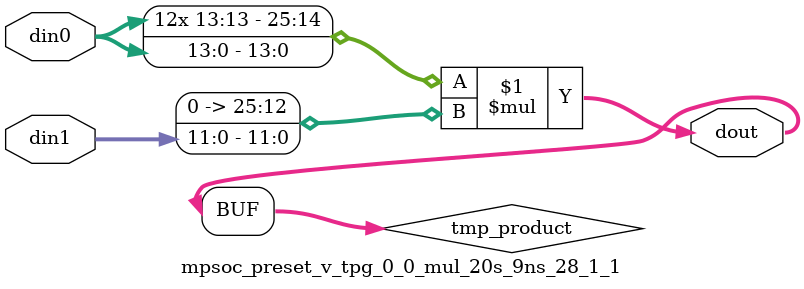
<source format=v>

`timescale 1 ns / 1 ps

  module mpsoc_preset_v_tpg_0_0_mul_20s_9ns_28_1_1(din0, din1, dout);
parameter ID = 1;
parameter NUM_STAGE = 0;
parameter din0_WIDTH = 14;
parameter din1_WIDTH = 12;
parameter dout_WIDTH = 26;

input [din0_WIDTH - 1 : 0] din0; 
input [din1_WIDTH - 1 : 0] din1; 
output [dout_WIDTH - 1 : 0] dout;

wire signed [dout_WIDTH - 1 : 0] tmp_product;












assign tmp_product = $signed(din0) * $signed({1'b0, din1});









assign dout = tmp_product;







endmodule

</source>
